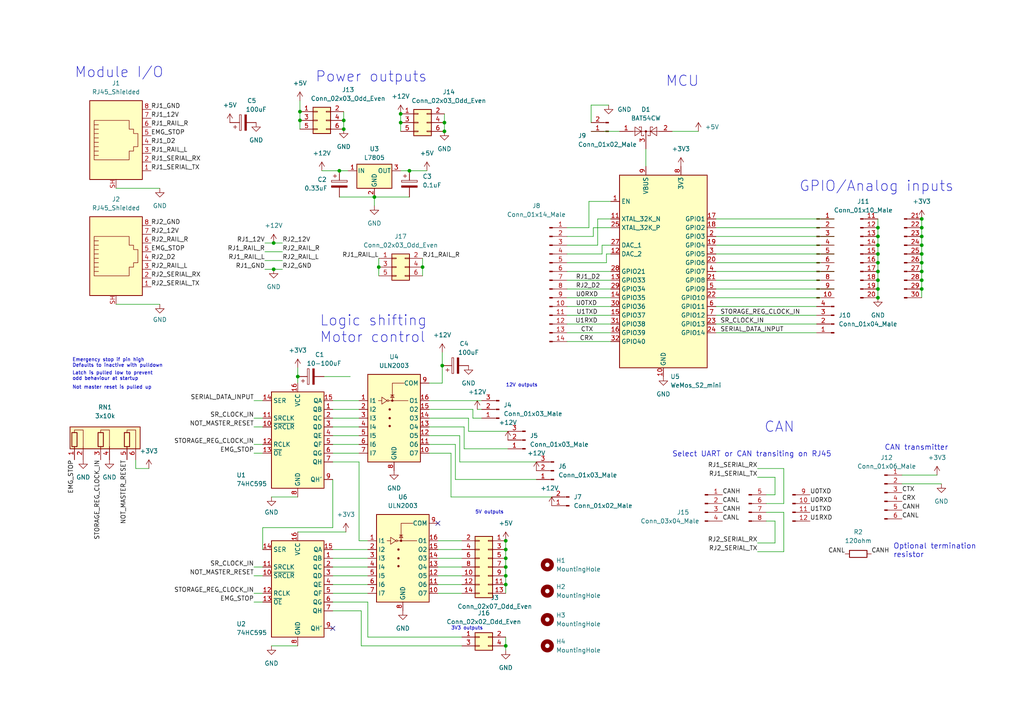
<source format=kicad_sch>
(kicad_sch (version 20211123) (generator eeschema)
  (paper "A4")
  (title_block (title "NScale Train Board with ESP32-S2") (date "2023-08-13"))
  (lib_symbols
    (symbol "74xx:74HC595"
      (property "Reference" "U" (at -7.62 13.97 0))
      (property "Value" "74HC595" (at -7.62 -16.51 0))
      (symbol "74HC595_1_0"
        (pin tri_state line (at 10.16 7.62 180) (length 2.54) (name "QB") (number "1"))
        (pin input line (at -10.16 2.54 0) (length 2.54) (name "~{SRCLR}") (number "10"))
        (pin input line (at -10.16 5.08 0) (length 2.54) (name "SRCLK") (number "11"))
        (pin input line (at -10.16 -2.54 0) (length 2.54) (name "RCLK") (number "12"))
        (pin input line (at -10.16 -5.08 0) (length 2.54) (name "~{OE}") (number "13"))
        (pin input line (at -10.16 10.16 0) (length 2.54) (name "SER") (number "14"))
        (pin tri_state line (at 10.16 10.16 180) (length 2.54) (name "QA") (number "15"))
        (pin power_in line (at 0 15.24 270) (length 2.54) (name "VCC") (number "16"))
        (pin tri_state line (at 10.16 5.08 180) (length 2.54) (name "QC") (number "2"))
        (pin tri_state line (at 10.16 2.54 180) (length 2.54) (name "QD") (number "3"))
        (pin tri_state line (at 10.16 0 180) (length 2.54) (name "QE") (number "4"))
        (pin tri_state line (at 10.16 -2.54 180) (length 2.54) (name "QF") (number "5"))
        (pin tri_state line (at 10.16 -5.08 180) (length 2.54) (name "QG") (number "6"))
        (pin tri_state line (at 10.16 -7.62 180) (length 2.54) (name "QH") (number "7"))
        (pin power_in line (at 0 -17.78 90) (length 2.54) (name "GND") (number "8"))
        (pin output line (at 10.16 -12.7 180) (length 2.54) (name "QH'") (number "9"))
      )
    )
    (symbol "Connector:Conn_01x02_Male" (pin_names (offset 1.016) hide)
      (property "Reference" "J" (at 0 2.54 0))
      (property "Value" "Conn_01x02_Male" (at 0 -5.08 0))
      (symbol "Conn_01x02_Male_1_1"
        (pin passive line (at 5.08 0 180) (length 3.81) (name "Pin_1") (number "1"))
        (pin passive line (at 5.08 -2.54 180) (length 3.81) (name "Pin_2") (number "2"))
      )
    )
    (symbol "Connector:Conn_01x03_Male" (pin_names (offset 1.016) hide)
      (property "Reference" "J" (at 0 5.08 0))
      (property "Value" "Conn_01x03_Male" (at 0 -5.08 0))
      (symbol "Conn_01x03_Male_1_1"
        (pin passive line (at 5.08 2.54 180) (length 3.81) (name "Pin_1") (number "1"))
        (pin passive line (at 5.08 0 180) (length 3.81) (name "Pin_2") (number "2"))
        (pin passive line (at 5.08 -2.54 180) (length 3.81) (name "Pin_3") (number "3"))
      )
    )
    (symbol "Connector:Conn_01x04_Male" (pin_names (offset 1.016) hide)
      (property "Reference" "J" (at 0 5.08 0))
      (property "Value" "Conn_01x04_Male" (at 0 -7.62 0))
      (symbol "Conn_01x04_Male_1_1"
        (pin passive line (at 5.08 2.54 180) (length 3.81) (name "Pin_1") (number "1"))
        (pin passive line (at 5.08 0 180) (length 3.81) (name "Pin_2") (number "2"))
        (pin passive line (at 5.08 -2.54 180) (length 3.81) (name "Pin_3") (number "3"))
        (pin passive line (at 5.08 -5.08 180) (length 3.81) (name "Pin_4") (number "4"))
      )
    )
    (symbol "Connector:Conn_01x06_Male" (pin_names (offset 1.016) hide)
      (property "Reference" "J" (at 0 7.62 0))
      (property "Value" "Conn_01x06_Male" (at 0 -10.16 0))
      (symbol "Conn_01x06_Male_1_1"
        (pin passive line (at 5.08 5.08 180) (length 3.81) (name "Pin_1") (number "1"))
        (pin passive line (at 5.08 2.54 180) (length 3.81) (name "Pin_2") (number "2"))
        (pin passive line (at 5.08 0 180) (length 3.81) (name "Pin_3") (number "3"))
        (pin passive line (at 5.08 -2.54 180) (length 3.81) (name "Pin_4") (number "4"))
        (pin passive line (at 5.08 -5.08 180) (length 3.81) (name "Pin_5") (number "5"))
        (pin passive line (at 5.08 -7.62 180) (length 3.81) (name "Pin_6") (number "6"))
      )
    )
    (symbol "Connector:Conn_01x14_Male" (pin_names (offset 1.016) hide)
      (property "Reference" "J" (at 0 17.78 0))
      (property "Value" "Conn_01x14_Male" (at 0 -20.32 0))
      (symbol "Conn_01x14_Male_1_1"
        (pin passive line (at 5.08 15.24 180) (length 3.81) (name "Pin_1") (number "1"))
        (pin passive line (at 5.08 -7.62 180) (length 3.81) (name "Pin_10") (number "10"))
        (pin passive line (at 5.08 -10.16 180) (length 3.81) (name "Pin_11") (number "11"))
        (pin passive line (at 5.08 -12.7 180) (length 3.81) (name "Pin_12") (number "12"))
        (pin passive line (at 5.08 -15.24 180) (length 3.81) (name "Pin_13") (number "13"))
        (pin passive line (at 5.08 -17.78 180) (length 3.81) (name "Pin_14") (number "14"))
        (pin passive line (at 5.08 12.7 180) (length 3.81) (name "Pin_2") (number "2"))
        (pin passive line (at 5.08 10.16 180) (length 3.81) (name "Pin_3") (number "3"))
        (pin passive line (at 5.08 7.62 180) (length 3.81) (name "Pin_4") (number "4"))
        (pin passive line (at 5.08 5.08 180) (length 3.81) (name "Pin_5") (number "5"))
        (pin passive line (at 5.08 2.54 180) (length 3.81) (name "Pin_6") (number "6"))
        (pin passive line (at 5.08 0 180) (length 3.81) (name "Pin_7") (number "7"))
        (pin passive line (at 5.08 -2.54 180) (length 3.81) (name "Pin_8") (number "8"))
        (pin passive line (at 5.08 -5.08 180) (length 3.81) (name "Pin_9") (number "9"))
      )
    )
    (symbol "Connector:RJ45_Shielded" (pin_names (offset 1.016))
      (property "Reference" "J" (at -5.08 13.97 0))
      (property "Value" "RJ45_Shielded" (at 2.54 13.97 0))
      (symbol "RJ45_Shielded_1_1"
        (pin passive line (at 10.16 -7.62 180) (length 2.54) (name "~") (number "1"))
        (pin passive line (at 10.16 -5.08 180) (length 2.54) (name "~") (number "2"))
        (pin passive line (at 10.16 -2.54 180) (length 2.54) (name "~") (number "3"))
        (pin passive line (at 10.16 0 180) (length 2.54) (name "~") (number "4"))
        (pin passive line (at 10.16 2.54 180) (length 2.54) (name "~") (number "5"))
        (pin passive line (at 10.16 5.08 180) (length 2.54) (name "~") (number "6"))
        (pin passive line (at 10.16 7.62 180) (length 2.54) (name "~") (number "7"))
        (pin passive line (at 10.16 10.16 180) (length 2.54) (name "~") (number "8"))
        (pin passive line (at 0 -12.7 90) (length 2.54) (name "~") (number "SH"))
      )
    )
    (symbol "Connector_Generic:Conn_02x02_Odd_Even" (pin_names (offset 1.016) hide)
      (property "Reference" "J" (at 1.27 2.54 0))
      (property "Value" "Conn_02x02_Odd_Even" (at 1.27 -5.08 0))
      (symbol "Conn_02x02_Odd_Even_1_1"
        (pin passive line (at -5.08 0 0) (length 3.81) (name "Pin_1") (number "1"))
        (pin passive line (at 7.62 0 180) (length 3.81) (name "Pin_2") (number "2"))
        (pin passive line (at -5.08 -2.54 0) (length 3.81) (name "Pin_3") (number "3"))
        (pin passive line (at 7.62 -2.54 180) (length 3.81) (name "Pin_4") (number "4"))
      )
    )
    (symbol "Connector_Generic:Conn_02x03_Odd_Even" (pin_names (offset 1.016) hide)
      (property "Reference" "J" (at 1.27 5.08 0))
      (property "Value" "Conn_02x03_Odd_Even" (at 1.27 -5.08 0))
      (symbol "Conn_02x03_Odd_Even_1_1"
        (pin passive line (at -5.08 2.54 0) (length 3.81) (name "Pin_1") (number "1"))
        (pin passive line (at 7.62 2.54 180) (length 3.81) (name "Pin_2") (number "2"))
        (pin passive line (at -5.08 0 0) (length 3.81) (name "Pin_3") (number "3"))
        (pin passive line (at 7.62 0 180) (length 3.81) (name "Pin_4") (number "4"))
        (pin passive line (at -5.08 -2.54 0) (length 3.81) (name "Pin_5") (number "5"))
        (pin passive line (at 7.62 -2.54 180) (length 3.81) (name "Pin_6") (number "6"))
      )
    )
    (symbol "Connector_Generic:Conn_02x07_Odd_Even" (pin_names (offset 1.016) hide)
      (property "Reference" "J" (at 1.27 10.16 0))
      (property "Value" "Conn_02x07_Odd_Even" (at 1.27 -10.16 0))
      (symbol "Conn_02x07_Odd_Even_1_1"
        (pin passive line (at -5.08 7.62 0) (length 3.81) (name "Pin_1") (number "1"))
        (pin passive line (at 7.62 -2.54 180) (length 3.81) (name "Pin_10") (number "10"))
        (pin passive line (at -5.08 -5.08 0) (length 3.81) (name "Pin_11") (number "11"))
        (pin passive line (at 7.62 -5.08 180) (length 3.81) (name "Pin_12") (number "12"))
        (pin passive line (at -5.08 -7.62 0) (length 3.81) (name "Pin_13") (number "13"))
        (pin passive line (at 7.62 -7.62 180) (length 3.81) (name "Pin_14") (number "14"))
        (pin passive line (at 7.62 7.62 180) (length 3.81) (name "Pin_2") (number "2"))
        (pin passive line (at -5.08 5.08 0) (length 3.81) (name "Pin_3") (number "3"))
        (pin passive line (at 7.62 5.08 180) (length 3.81) (name "Pin_4") (number "4"))
        (pin passive line (at -5.08 2.54 0) (length 3.81) (name "Pin_5") (number "5"))
        (pin passive line (at 7.62 2.54 180) (length 3.81) (name "Pin_6") (number "6"))
        (pin passive line (at -5.08 0 0) (length 3.81) (name "Pin_7") (number "7"))
        (pin passive line (at 7.62 0 180) (length 3.81) (name "Pin_8") (number "8"))
        (pin passive line (at -5.08 -2.54 0) (length 3.81) (name "Pin_9") (number "9"))
      )
    )
    (symbol "Device:C_Polarized" (pin_numbers hide) (pin_names (offset 0.254))
      (property "Reference" "C" (at 0.635 2.54 0))
      (property "Value" "C_Polarized" (at 0.635 -2.54 0))
      (symbol "C_Polarized_1_1"
        (pin passive line (at 0 3.81 270) (length 2.794) (name "~") (number "1"))
        (pin passive line (at 0 -3.81 90) (length 2.794) (name "~") (number "2"))
      )
    )
    (symbol "Device:R" (pin_numbers hide) (pin_names (offset 0))
      (property "Reference" "R" (at 2.032 0 90))
      (property "Value" "R" (at 0 0 90))
      (symbol "R_1_1"
        (pin passive line (at 0 3.81 270) (length 1.27) (name "~") (number "1"))
        (pin passive line (at 0 -3.81 90) (length 1.27) (name "~") (number "2"))
      )
    )
    (symbol "Device:R_Pack03_SIP" (pin_names (offset 0) hide)
      (property "Reference" "RN" (at -10.16 0 90))
      (property "Value" "R_Pack03_SIP" (at 12.7 0 90))
      (symbol "R_Pack03_SIP_1_1"
        (pin passive line (at -7.62 -5.08 90) (length 3.81) (name "R1.1") (number "1"))
        (pin passive line (at -5.08 -5.08 90) (length 3.81) (name "R1.2") (number "2"))
        (pin passive line (at 0 -5.08 90) (length 3.81) (name "R2.1") (number "3"))
        (pin passive line (at 2.54 -5.08 90) (length 3.81) (name "R2.2") (number "4"))
        (pin passive line (at 7.62 -5.08 90) (length 3.81) (name "R3.1") (number "5"))
        (pin passive line (at 10.16 -5.08 90) (length 3.81) (name "R3.2") (number "6"))
      )
    )
    (symbol "Diode:BAT54CW" (pin_names (offset 1.016))
      (property "Reference" "D" (at 0.635 -3.81 0))
      (property "Value" "BAT54CW" (at -6.35 3.175 0))
      (symbol "BAT54CW_1_1"
        (pin passive line (at -7.62 0 0) (length 3.81) (name "~") (number "1"))
        (pin passive line (at 7.62 0 180) (length 3.81) (name "~") (number "2"))
        (pin passive line (at 0 -5.08 90) (length 5.08) (name "~") (number "3"))
      )
    )
    (symbol "Mechanical:MountingHole" (pin_names (offset 1.016))
      (property "Reference" "H" (at 0 5.08 0))
      (property "Value" "MountingHole" (at 0 3.175 0))
    )
    (symbol "NScaleConnectors:Conn_01x10_Male" (pin_names (offset 1.016) hide)
      (property "Reference" "J" (at 0 12.7 0))
      (property "Value" "Conn_01x10_Male" (at 0 -15.24 0))
      (symbol "Conn_01x10_Male_1_1"
        (pin passive line (at 5.08 10.16 180) (length 3.81) (name "Pin_1") (number "1"))
        (pin passive line (at 5.08 -12.7 180) (length 3.81) (name "Pin_10") (number "10"))
        (pin passive line (at 17.78 10.16 180) (length 3.81) (name "Pin_11") (number "11"))
        (pin passive line (at 17.78 7.62 180) (length 3.81) (name "Pin_12") (number "12"))
        (pin passive line (at 17.78 5.08 180) (length 3.81) (name "Pin_13") (number "13"))
        (pin passive line (at 17.78 2.54 180) (length 3.81) (name "Pin_14") (number "14"))
        (pin passive line (at 17.78 0 180) (length 3.81) (name "Pin_15") (number "15"))
        (pin passive line (at 17.78 -2.54 180) (length 3.81) (name "Pin_16") (number "16"))
        (pin passive line (at 17.78 -5.08 180) (length 3.81) (name "Pin_17") (number "17"))
        (pin passive line (at 17.78 -7.62 180) (length 3.81) (name "Pin_18") (number "18"))
        (pin passive line (at 17.78 -10.16 180) (length 3.81) (name "Pin_19") (number "19"))
        (pin passive line (at 5.08 7.62 180) (length 3.81) (name "Pin_2") (number "2"))
        (pin passive line (at 17.78 -12.7 180) (length 3.81) (name "Pin_20") (number "20"))
        (pin passive line (at 30.48 10.16 180) (length 3.81) (name "Pin_21") (number "21"))
        (pin passive line (at 30.48 7.62 180) (length 3.81) (name "Pin_22") (number "22"))
        (pin passive line (at 30.48 5.08 180) (length 3.81) (name "Pin_23") (number "23"))
        (pin passive line (at 30.48 2.54 180) (length 3.81) (name "Pin_24") (number "24"))
        (pin passive line (at 30.48 0 180) (length 3.81) (name "Pin_25") (number "25"))
        (pin passive line (at 30.48 -2.54 180) (length 3.81) (name "Pin_26") (number "26"))
        (pin passive line (at 30.48 -5.08 180) (length 3.81) (name "Pin_27") (number "27"))
        (pin passive line (at 30.48 -7.62 180) (length 3.81) (name "Pin_28") (number "28"))
        (pin passive line (at 30.48 -10.16 180) (length 3.81) (name "Pin_29") (number "29"))
        (pin passive line (at 5.08 5.08 180) (length 3.81) (name "Pin_3") (number "3"))
        (pin passive line (at 30.48 -12.7 180) (length 3.81) (name "Pin_30") (number "30"))
        (pin passive line (at 5.08 2.54 180) (length 3.81) (name "Pin_4") (number "4"))
        (pin passive line (at 5.08 0 180) (length 3.81) (name "Pin_5") (number "5"))
        (pin passive line (at 5.08 -2.54 180) (length 3.81) (name "Pin_6") (number "6"))
        (pin passive line (at 5.08 -5.08 180) (length 3.81) (name "Pin_7") (number "7"))
        (pin passive line (at 5.08 -7.62 180) (length 3.81) (name "Pin_8") (number "8"))
        (pin passive line (at 5.08 -10.16 180) (length 3.81) (name "Pin_9") (number "9"))
      )
    )
    (symbol "NScaleConnectors:Conn_03x04_Male" (pin_names (offset 1.016) hide)
      (property "Reference" "J" (at 0 12.7 0))
      (property "Value" "Conn_03x04_Male" (at 0 -15.24 0))
      (symbol "Conn_03x04_Male_1_1"
        (pin passive line (at 5.08 10.16 180) (length 3.81) (name "Pin_1") (number "1"))
        (pin passive line (at 30.48 7.62 180) (length 3.81) (name "Pin_10") (number "10"))
        (pin passive line (at 30.48 5.08 180) (length 3.81) (name "Pin_11") (number "11"))
        (pin passive line (at 30.48 2.54 180) (length 3.81) (name "Pin_12") (number "12"))
        (pin passive line (at 5.08 7.62 180) (length 3.81) (name "Pin_2") (number "2"))
        (pin passive line (at 5.08 5.08 180) (length 3.81) (name "Pin_3") (number "3"))
        (pin passive line (at 5.08 2.54 180) (length 3.81) (name "Pin_4") (number "4"))
        (pin passive line (at 17.78 10.16 180) (length 3.81) (name "Pin_5") (number "5"))
        (pin passive line (at 17.78 7.62 180) (length 3.81) (name "Pin_6") (number "6"))
        (pin passive line (at 17.78 5.08 180) (length 3.81) (name "Pin_7") (number "7"))
        (pin passive line (at 17.78 2.54 180) (length 3.81) (name "Pin_8") (number "8"))
        (pin passive line (at 30.48 10.16 180) (length 3.81) (name "Pin_9") (number "9"))
      )
    )
    (symbol "Regulator_Linear:L7805" (pin_names (offset 0.254))
      (property "Reference" "U" (at -3.81 3.175 0))
      (property "Value" "L7805" (at 0 3.175 0))
      (symbol "L7805_1_1"
        (pin power_in line (at -7.62 0 0) (length 2.54) (name "IN") (number "1"))
        (pin power_in line (at 0 -7.62 90) (length 2.54) (name "GND") (number "2"))
        (pin power_out line (at 7.62 0 180) (length 2.54) (name "OUT") (number "3"))
      )
    )
    (symbol "Transistor_Array:ULN2003"
      (property "Reference" "U" (at 0 15.875 0))
      (property "Value" "ULN2003" (at 0 13.97 0))
      (symbol "ULN2003_1_1"
        (pin input line (at -10.16 5.08 0) (length 2.54) (name "I1") (number "1"))
        (pin open_collector line (at 10.16 -10.16 180) (length 2.54) (name "O7") (number "10"))
        (pin open_collector line (at 10.16 -7.62 180) (length 2.54) (name "O6") (number "11"))
        (pin open_collector line (at 10.16 -5.08 180) (length 2.54) (name "O5") (number "12"))
        (pin open_collector line (at 10.16 -2.54 180) (length 2.54) (name "O4") (number "13"))
        (pin open_collector line (at 10.16 0 180) (length 2.54) (name "O3") (number "14"))
        (pin open_collector line (at 10.16 2.54 180) (length 2.54) (name "O2") (number "15"))
        (pin open_collector line (at 10.16 5.08 180) (length 2.54) (name "O1") (number "16"))
        (pin input line (at -10.16 2.54 0) (length 2.54) (name "I2") (number "2"))
        (pin input line (at -10.16 0 0) (length 2.54) (name "I3") (number "3"))
        (pin input line (at -10.16 -2.54 0) (length 2.54) (name "I4") (number "4"))
        (pin input line (at -10.16 -5.08 0) (length 2.54) (name "I5") (number "5"))
        (pin input line (at -10.16 -7.62 0) (length 2.54) (name "I6") (number "6"))
        (pin input line (at -10.16 -10.16 0) (length 2.54) (name "I7") (number "7"))
        (pin power_in line (at 0 -15.24 90) (length 2.54) (name "GND") (number "8"))
        (pin passive line (at 10.16 10.16 180) (length 2.54) (name "COM") (number "9"))
      )
    )
    (symbol "Wemos ESP32:WeMos_S2_mini"
      (property "Reference" "U" (at 2.54 -30.48 0))
      (property "Value" "WeMos_S2_mini" (at 2.54 -33.02 0))
      (symbol "WeMos_S2_mini_1_1"
        (pin input line (at -15.24 20.32 0) (length 2.54) (name "EN") (number "1"))
        (pin power_in line (at 0 -30.48 90) (length 2.54) (name "GND") (number "10"))
        (pin input line (at -15.24 15.24 0) (length 2.54) (name "XTAL_32K_N") (number "11"))
        (pin output line (at -15.24 5.08 0) (length 2.54) (name "DAC_2") (number "12"))
        (pin bidirectional line (at -15.24 -2.54 0) (length 2.54) (name "GPIO33") (number "13"))
        (pin bidirectional line (at -15.24 -7.62 0) (length 2.54) (name "GPIO35") (number "14"))
        (pin bidirectional line (at -15.24 -12.7 0) (length 2.54) (name "GPIO37") (number "15"))
        (pin bidirectional line (at -15.24 -17.78 0) (length 2.54) (name "GPIO39") (number "16"))
        (pin bidirectional line (at 15.24 15.24 180) (length 2.54) (name "GPIO1") (number "17"))
        (pin bidirectional line (at 15.24 12.7 180) (length 2.54) (name "GPIO2") (number "18"))
        (pin bidirectional line (at 15.24 7.62 180) (length 2.54) (name "GPIO4") (number "19"))
        (pin bidirectional line (at 15.24 10.16 180) (length 2.54) (name "GPIO3") (number "2"))
        (pin bidirectional line (at 15.24 2.54 180) (length 2.54) (name "GPIO6") (number "20"))
        (pin bidirectional line (at 15.24 -2.54 180) (length 2.54) (name "GPIO8") (number "21"))
        (pin bidirectional line (at 15.24 -7.62 180) (length 2.54) (name "GPIO10") (number "22"))
        (pin bidirectional line (at 15.24 -15.24 180) (length 2.54) (name "GPIO13") (number "23"))
        (pin bidirectional line (at 15.24 -17.78 180) (length 2.54) (name "GPIO14") (number "24"))
        (pin output line (at -15.24 12.7 0) (length 2.54) (name "XTAL_32K_P") (number "25"))
        (pin passive line (at 0 -30.48 90) (length 2.54) hide (name "GND") (number "26"))
        (pin output line (at -15.24 7.62 0) (length 2.54) (name "DAC_1") (number "27"))
        (pin bidirectional line (at -15.24 0 0) (length 2.54) (name "GPIO21") (number "28"))
        (pin bidirectional line (at -15.24 -5.08 0) (length 2.54) (name "GPIO34") (number "29"))
        (pin bidirectional line (at 15.24 5.08 180) (length 2.54) (name "GPIO5") (number "3"))
        (pin bidirectional line (at -15.24 -10.16 0) (length 2.54) (name "GPIO36") (number "30"))
        (pin bidirectional line (at -15.24 -15.24 0) (length 2.54) (name "GPIO38") (number "31"))
        (pin bidirectional line (at -15.24 -20.32 0) (length 2.54) (name "GPIO40") (number "32"))
        (pin bidirectional line (at 15.24 0 180) (length 2.54) (name "GPIO7") (number "4"))
        (pin bidirectional line (at 15.24 -5.08 180) (length 2.54) (name "GPIO9") (number "5"))
        (pin bidirectional line (at 15.24 -10.16 180) (length 2.54) (name "GPIO11") (number "6"))
        (pin bidirectional line (at 15.24 -12.7 180) (length 2.54) (name "GPIO12") (number "7"))
        (pin power_out line (at 5.08 30.48 270) (length 2.54) (name "3V3") (number "8"))
        (pin power_out line (at -5.08 30.48 270) (length 2.54) (name "VBUS") (number "9"))
      )
    )
    (symbol "power:+12V" (power) (pin_names (offset 0))
      (property "Value" "+12V" (at 0 3.556 0))
      (symbol "+12V_1_1"
        (pin power_in line (at 0 0 90) (length 0) hide (name "+12V") (number "1"))
      )
    )
    (symbol "power:+3V3" (power) (pin_names (offset 0))
      (property "Value" "+3V3" (at 0 3.556 0))
      (symbol "+3V3_1_1"
        (pin power_in line (at 0 0 90) (length 0) hide (name "+3V3") (number "1"))
      )
    )
    (symbol "power:+5V" (power) (pin_names (offset 0))
      (property "Value" "+5V" (at 0 3.556 0))
      (symbol "+5V_1_1"
        (pin power_in line (at 0 0 90) (length 0) hide (name "+5V") (number "1"))
      )
    )
    (symbol "power:GND" (power) (pin_names (offset 0))
      (property "Value" "GND" (at 0 -3.81 0))
      (symbol "GND_1_1"
        (pin power_in line (at 0 0 270) (length 0) hide (name "GND") (number "1"))
      )
    )
  )
  (junction (at 146.685 187.325))
  (junction (at 86.36 109.22))
  (junction (at 146.685 164.465))
  (junction (at 267.335 68.58))
  (junction (at 254.635 76.2))
  (junction (at 99.695 37.465))
  (junction (at 267.335 81.28))
  (junction (at 116.205 33.02))
  (junction (at 146.685 159.385))
  (junction (at 146.685 167.005))
  (junction (at 128.27 106.045))
  (junction (at 254.635 73.66))
  (junction (at 254.635 71.12))
  (junction (at 254.635 83.82))
  (junction (at 146.685 169.545))
  (junction (at 254.635 78.74))
  (junction (at 79.375 78.105))
  (junction (at 254.635 66.04))
  (junction (at 98.425 49.53))
  (junction (at 109.855 77.47))
  (junction (at 146.685 161.925))
  (junction (at 267.335 66.04))
  (junction (at 254.635 81.28))
  (junction (at 267.335 71.12))
  (junction (at 146.685 156.845))
  (junction (at 267.335 73.66))
  (junction (at 267.335 83.82))
  (junction (at 108.585 57.15))
  (junction (at 128.905 35.56))
  (junction (at 86.995 32.385))
  (junction (at 267.335 78.74))
  (junction (at 254.635 68.58))
  (junction (at 116.205 35.56))
  (junction (at 86.995 34.925))
  (junction (at 122.555 77.47))
  (junction (at 128.905 38.1))
  (junction (at 118.745 49.53))
  (junction (at 267.335 63.5))
  (junction (at 99.695 34.925))
  (junction (at 254.635 86.36))
  (junction (at 79.375 70.485))
  (junction (at 267.335 76.2))
  (no_connect (at 96.52 182.245))
  (no_connect (at 127 151.765))
  (wire (pts (xy 106.68 164.465) (xy 96.52 164.465)))
  (wire (pts (xy 160.02 144.145) (xy 130.81 144.145)))
  (wire (pts (xy 267.335 83.82) (xy 267.335 86.36)))
  (wire (pts (xy 106.68 184.785) (xy 133.985 184.785)))
  (wire (pts (xy 236.855 93.98) (xy 207.645 93.98)))
  (wire (pts (xy 124.46 128.905) (xy 132.08 128.905)))
  (wire (pts (xy 254.635 76.2) (xy 254.635 78.74)))
  (wire (pts (xy 122.555 74.93) (xy 122.555 77.47)))
  (wire (pts (xy 108.585 57.15) (xy 118.745 57.15)))
  (wire (pts (xy 164.465 99.06) (xy 177.165 99.06)))
  (wire (pts (xy 106.68 161.925) (xy 96.52 161.925)))
  (wire (pts (xy 73.66 167.005) (xy 76.2 167.005)))
  (wire (pts (xy 133.35 126.365) (xy 133.35 133.985)))
  (wire (pts (xy 98.425 57.15) (xy 108.585 57.15)))
  (wire (pts (xy 187.325 43.18) (xy 187.325 48.26)))
  (wire (pts (xy 202.565 38.1) (xy 194.945 38.1)))
  (wire (pts (xy 96.52 177.165) (xy 104.775 177.165)))
  (wire (pts (xy 164.465 68.58) (xy 172.085 68.58)))
  (wire (pts (xy 39.37 133.35) (xy 39.37 135.89)))
  (wire (pts (xy 207.645 71.12) (xy 241.935 71.12)))
  (wire (pts (xy 146.685 167.005) (xy 146.685 169.545)))
  (wire (pts (xy 207.645 68.58) (xy 241.935 68.58)))
  (wire (pts (xy 171.45 38.1) (xy 179.705 38.1)))
  (wire (pts (xy 222.25 148.59) (xy 227.33 148.59)))
  (wire (pts (xy 106.68 174.625) (xy 106.68 184.785)))
  (wire (pts (xy 236.855 96.52) (xy 207.645 96.52)))
  (wire (pts (xy 267.335 71.12) (xy 267.335 73.66)))
  (wire (pts (xy 76.835 73.025) (xy 81.915 73.025)))
  (wire (pts (xy 207.645 63.5) (xy 241.935 63.5)))
  (wire (pts (xy 122.555 77.47) (xy 122.555 80.01)))
  (wire (pts (xy 134.62 130.175) (xy 147.32 130.175)))
  (wire (pts (xy 254.635 78.74) (xy 254.635 81.28)))
  (wire (pts (xy 96.52 153.035) (xy 76.2 153.035)))
  (wire (pts (xy 146.685 161.925) (xy 146.685 164.465)))
  (wire (pts (xy 96.52 118.745) (xy 104.14 118.745)))
  (wire (pts (xy 124.46 126.365) (xy 133.35 126.365)))
  (wire (pts (xy 124.46 118.745) (xy 137.16 118.745)))
  (wire (pts (xy 164.465 76.2) (xy 175.895 76.2)))
  (wire (pts (xy 133.985 159.385) (xy 127 159.385)))
  (wire (pts (xy 267.335 63.5) (xy 267.335 66.04)))
  (wire (pts (xy 73.66 123.825) (xy 76.2 123.825)))
  (wire (pts (xy 96.52 126.365) (xy 104.14 126.365)))
  (wire (pts (xy 146.685 164.465) (xy 146.685 167.005)))
  (wire (pts (xy 96.52 116.205) (xy 104.14 116.205)))
  (wire (pts (xy 39.37 135.89) (xy 43.18 135.89)))
  (wire (pts (xy 128.27 111.125) (xy 128.27 106.045)))
  (wire (pts (xy 207.645 73.66) (xy 241.935 73.66)))
  (wire (pts (xy 267.335 81.28) (xy 267.335 83.82)))
  (wire (pts (xy 96.52 174.625) (xy 106.68 174.625)))
  (wire (pts (xy 86.995 32.385) (xy 86.995 34.925)))
  (wire (pts (xy 254.635 63.5) (xy 254.635 66.04)))
  (wire (pts (xy 174.625 71.12) (xy 177.165 71.12)))
  (wire (pts (xy 78.74 144.145) (xy 86.36 144.145)))
  (wire (pts (xy 146.685 156.845) (xy 146.685 159.385)))
  (wire (pts (xy 219.71 135.89) (xy 227.33 135.89)))
  (wire (pts (xy 106.68 172.085) (xy 96.52 172.085)))
  (wire (pts (xy 96.52 131.445) (xy 104.14 131.445)))
  (wire (pts (xy 100.33 154.305) (xy 86.36 154.305)))
  (wire (pts (xy 128.905 33.02) (xy 128.905 35.56)))
  (wire (pts (xy 164.465 93.98) (xy 177.165 93.98)))
  (wire (pts (xy 267.335 76.2) (xy 267.335 78.74)))
  (wire (pts (xy 267.335 68.58) (xy 267.335 71.12)))
  (wire (pts (xy 124.46 131.445) (xy 130.81 131.445)))
  (wire (pts (xy 86.36 109.22) (xy 86.36 111.125)))
  (wire (pts (xy 224.79 138.43) (xy 224.79 143.51)))
  (wire (pts (xy 33.655 54.61) (xy 46.355 54.61)))
  (wire (pts (xy 124.46 111.125) (xy 128.27 111.125)))
  (wire (pts (xy 146.685 169.545) (xy 146.685 172.085)))
  (wire (pts (xy 108.585 59.69) (xy 108.585 57.15)))
  (wire (pts (xy 146.685 188.595) (xy 146.685 187.325)))
  (wire (pts (xy 227.33 148.59) (xy 227.33 160.02)))
  (wire (pts (xy 173.355 71.12) (xy 173.355 63.5)))
  (wire (pts (xy 116.205 49.53) (xy 118.745 49.53)))
  (wire (pts (xy 106.68 167.005) (xy 96.52 167.005)))
  (wire (pts (xy 254.635 66.04) (xy 254.635 68.58)))
  (wire (pts (xy 124.46 121.285) (xy 135.89 121.285)))
  (wire (pts (xy 73.66 172.085) (xy 76.2 172.085)))
  (wire (pts (xy 130.81 131.445) (xy 130.81 144.145)))
  (wire (pts (xy 133.35 133.985) (xy 155.575 133.985)))
  (wire (pts (xy 96.52 139.065) (xy 96.52 153.035)))
  (wire (pts (xy 174.625 73.66) (xy 174.625 71.12)))
  (wire (pts (xy 93.98 109.22) (xy 101.6 109.22)))
  (wire (pts (xy 98.425 49.53) (xy 100.965 49.53)))
  (wire (pts (xy 254.635 81.28) (xy 254.635 83.82)))
  (wire (pts (xy 128.27 102.235) (xy 128.27 106.045)))
  (wire (pts (xy 79.375 70.485) (xy 81.915 70.485)))
  (wire (pts (xy 207.645 76.2) (xy 241.935 76.2)))
  (wire (pts (xy 104.14 133.985) (xy 104.14 156.845)))
  (wire (pts (xy 170.815 66.04) (xy 170.815 58.42)))
  (wire (pts (xy 96.52 121.285) (xy 104.14 121.285)))
  (wire (pts (xy 254.635 73.66) (xy 254.635 76.2)))
  (wire (pts (xy 207.645 78.74) (xy 241.935 78.74)))
  (wire (pts (xy 175.895 76.2) (xy 175.895 73.66)))
  (wire (pts (xy 227.33 146.05) (xy 222.25 146.05)))
  (wire (pts (xy 86.36 106.68) (xy 86.36 109.22)))
  (wire (pts (xy 133.985 156.845) (xy 127 156.845)))
  (wire (pts (xy 224.79 151.13) (xy 224.79 157.48)))
  (wire (pts (xy 164.465 86.36) (xy 177.165 86.36)))
  (wire (pts (xy 135.89 121.285) (xy 135.89 125.095)))
  (wire (pts (xy 73.66 174.625) (xy 76.2 174.625)))
  (wire (pts (xy 86.995 34.925) (xy 86.995 37.465)))
  (wire (pts (xy 116.205 33.02) (xy 116.205 35.56)))
  (wire (pts (xy 261.62 140.335) (xy 273.05 140.335)))
  (wire (pts (xy 133.985 167.005) (xy 127 167.005)))
  (wire (pts (xy 222.25 151.13) (xy 224.79 151.13)))
  (wire (pts (xy 219.71 160.02) (xy 227.33 160.02)))
  (wire (pts (xy 78.74 187.325) (xy 86.36 187.325)))
  (wire (pts (xy 146.685 187.325) (xy 146.685 184.785)))
  (wire (pts (xy 93.345 49.53) (xy 98.425 49.53)))
  (wire (pts (xy 73.66 121.285) (xy 76.2 121.285)))
  (wire (pts (xy 109.855 74.93) (xy 109.855 77.47)))
  (wire (pts (xy 96.52 128.905) (xy 104.14 128.905)))
  (wire (pts (xy 164.465 96.52) (xy 177.165 96.52)))
  (wire (pts (xy 207.645 81.28) (xy 241.935 81.28)))
  (wire (pts (xy 261.62 137.795) (xy 271.78 137.795)))
  (wire (pts (xy 133.985 172.085) (xy 127 172.085)))
  (wire (pts (xy 86.995 29.21) (xy 86.995 32.385)))
  (wire (pts (xy 109.855 77.47) (xy 109.855 80.01)))
  (wire (pts (xy 254.635 71.12) (xy 254.635 73.66)))
  (wire (pts (xy 236.855 91.44) (xy 207.645 91.44)))
  (wire (pts (xy 96.52 123.825) (xy 104.14 123.825)))
  (wire (pts (xy 133.985 164.465) (xy 127 164.465)))
  (wire (pts (xy 128.905 35.56) (xy 128.905 38.1)))
  (wire (pts (xy 104.775 187.325) (xy 133.985 187.325)))
  (wire (pts (xy 138.43 118.745) (xy 139.7 118.745)))
  (wire (pts (xy 106.68 169.545) (xy 96.52 169.545)))
  (wire (pts (xy 73.66 128.905) (xy 76.2 128.905)))
  (wire (pts (xy 104.775 177.165) (xy 104.775 187.325)))
  (wire (pts (xy 134.62 123.825) (xy 134.62 130.175)))
  (wire (pts (xy 116.205 35.56) (xy 116.205 38.1)))
  (wire (pts (xy 106.68 159.385) (xy 96.52 159.385)))
  (wire (pts (xy 73.66 116.205) (xy 76.2 116.205)))
  (wire (pts (xy 46.355 88.265) (xy 33.655 88.265)))
  (wire (pts (xy 132.08 139.065) (xy 155.575 139.065)))
  (wire (pts (xy 219.71 157.48) (xy 224.79 157.48)))
  (wire (pts (xy 164.465 83.82) (xy 177.165 83.82)))
  (wire (pts (xy 164.465 81.28) (xy 177.165 81.28)))
  (wire (pts (xy 173.355 63.5) (xy 177.165 63.5)))
  (wire (pts (xy 254.635 83.82) (xy 254.635 86.36)))
  (wire (pts (xy 133.985 161.925) (xy 127 161.925)))
  (wire (pts (xy 171.45 30.48) (xy 176.53 30.48)))
  (wire (pts (xy 73.66 131.445) (xy 76.2 131.445)))
  (wire (pts (xy 219.71 138.43) (xy 224.79 138.43)))
  (wire (pts (xy 207.645 86.36) (xy 241.935 86.36)))
  (wire (pts (xy 99.695 34.925) (xy 99.695 37.465)))
  (wire (pts (xy 171.45 35.56) (xy 171.45 30.48)))
  (wire (pts (xy 76.2 153.035) (xy 76.2 159.385)))
  (wire (pts (xy 164.465 78.74) (xy 177.165 78.74)))
  (wire (pts (xy 146.685 159.385) (xy 146.685 161.925)))
  (wire (pts (xy 164.465 73.66) (xy 174.625 73.66)))
  (wire (pts (xy 99.695 32.385) (xy 99.695 34.925)))
  (wire (pts (xy 267.335 78.74) (xy 267.335 81.28)))
  (wire (pts (xy 104.14 156.845) (xy 106.68 156.845)))
  (wire (pts (xy 96.52 133.985) (xy 104.14 133.985)))
  (wire (pts (xy 222.25 143.51) (xy 224.79 143.51)))
  (wire (pts (xy 137.16 121.285) (xy 139.7 121.285)))
  (wire (pts (xy 137.16 118.745) (xy 137.16 121.285)))
  (wire (pts (xy 170.815 66.04) (xy 164.465 66.04)))
  (wire (pts (xy 133.985 169.545) (xy 127 169.545)))
  (wire (pts (xy 267.335 66.04) (xy 267.335 68.58)))
  (wire (pts (xy 164.465 91.44) (xy 177.165 91.44)))
  (wire (pts (xy 207.645 66.04) (xy 241.935 66.04)))
  (wire (pts (xy 172.085 66.04) (xy 177.165 66.04)))
  (wire (pts (xy 172.085 68.58) (xy 172.085 66.04)))
  (wire (pts (xy 124.46 116.205) (xy 139.7 116.205)))
  (wire (pts (xy 175.895 73.66) (xy 177.165 73.66)))
  (wire (pts (xy 207.645 83.82) (xy 241.935 83.82)))
  (wire (pts (xy 76.835 75.565) (xy 81.915 75.565)))
  (wire (pts (xy 76.835 70.485) (xy 79.375 70.485)))
  (wire (pts (xy 124.46 123.825) (xy 134.62 123.825)))
  (wire (pts (xy 135.89 125.095) (xy 147.32 125.095)))
  (wire (pts (xy 73.66 164.465) (xy 76.2 164.465)))
  (wire (pts (xy 227.33 135.89) (xy 227.33 146.05)))
  (wire (pts (xy 170.815 58.42) (xy 177.165 58.42)))
  (wire (pts (xy 267.335 73.66) (xy 267.335 76.2)))
  (wire (pts (xy 76.835 78.105) (xy 79.375 78.105)))
  (wire (pts (xy 164.465 88.9) (xy 177.165 88.9)))
  (wire (pts (xy 118.745 49.53) (xy 123.825 49.53)))
  (wire (pts (xy 254.635 68.58) (xy 254.635 71.12)))
  (wire (pts (xy 132.08 128.905) (xy 132.08 139.065)))
  (wire (pts (xy 164.465 71.12) (xy 173.355 71.12)))
  (wire (pts (xy 236.855 88.9) (xy 207.645 88.9)))
  (wire (pts (xy 79.375 78.105) (xy 81.915 78.105)))
  (text "GPIO/Analog inputs" (at 231.775 55.88 0) (effects (font (size 3 3)) (justify left bottom)))
  (text "Select UART or CAN transiting on RJ45" (at 194.945 132.715 0) (effects (font (size 1.54 1.54)) (justify left bottom)))
  (text "3V3 outputs" (at 130.81 182.88 0) (effects (font (size 1 1)) (justify left bottom)))
  (text "MCU" (at 193.04 25.4 0) (effects (font (size 3 3)) (justify left bottom)))
  (text "Module I/O" (at 21.59 22.86 0) (effects (font (size 3 3)) (justify left bottom)))
  (text "Power outputs" (at 91.44 24.13 0) (effects (font (size 3 3)) (justify left bottom)))
  (text "Optional termination \nresistor" (at 259.08 161.925 0) (effects (font (size 1.54 1.54)) (justify left bottom)))
  (text "5V outputs" (at 137.795 149.225 0) (effects (font (size 1 1)) (justify left bottom)))
  (text "Emergency stop if pin high\nDefaults to inactive with pulldown" (at 20.955 106.68 0) (effects (font (size 1 1)) (justify left bottom)))
  (text "Not master reset is pulled up" (at 20.955 113.03 0) (effects (font (size 1 1)) (justify left bottom)))
  (text "Latch is pulled low to prevent\nodd behaviour at startup" (at 20.955 110.49 0) (effects (font (size 1 1)) (justify left bottom)))
  (text "CAN" (at 221.615 125.73 0) (effects (font (size 3 3)) (justify left bottom)))
  (text "CAN transmitter" (at 256.54 130.81 0) (effects (font (size 1.54 1.54)) (justify left bottom)))
  (text "Logic shifting\nMotor control" (at 92.71 99.695 0) (effects (font (size 3 3)) (justify left bottom)))
  (text "12V outputs" (at 146.685 112.395 0) (effects (font (size 1 1)) (justify left bottom)))
  (label "RJ1_RAIL_R" (at 76.835 73.025 180))
  (label "CANH" (at 209.55 143.51 0))
  (label "RJ2_SERIAL_RX" (at 219.71 157.48 180))
  (label "CANH" (at 261.62 147.955 0))
  (label "CANL" (at 209.55 151.13 0))
  (label "RJ2_12V" (at 43.815 67.945 0))
  (label "STORAGE_REG_CLOCK_IN" (at 29.21 133.35 270))
  (label "RJ1_RAIL_R" (at 122.555 74.93 0))
  (label "RJ2_12V" (at 81.915 70.485 0))
  (label "CANH" (at 209.55 148.59 0))
  (label "RJ1_RAIL_L" (at 43.815 44.45 0))
  (label "RJ2_SERIAL_RX" (at 43.815 80.645 0))
  (label "EMG_STOP" (at 73.66 174.625 180))
  (label "RJ1_GND" (at 43.815 31.75 0))
  (label "EMG_STOP" (at 43.815 73.025 0))
  (label "CANL" (at 209.55 146.05 0))
  (label "EMG_STOP" (at 73.66 131.445 180))
  (label "RJ1_SERIAL_TX" (at 219.71 138.43 180))
  (label "U0RXD" (at 167.005 86.36 0))
  (label "U1TXD" (at 173.355 91.44 180))
  (label "CANH" (at 252.73 160.655 0))
  (label "RJ2_D2" (at 43.815 75.565 0))
  (label "NOT_MASTER_RESET" (at 36.83 133.35 270))
  (label "RJ2_GND" (at 81.915 78.105 0))
  (label "EMG_STOP" (at 21.59 133.35 270))
  (label "CTX" (at 261.62 142.875 0))
  (label "RJ1_RAIL_L" (at 76.835 75.565 180))
  (label "CRX" (at 172.085 99.06 180))
  (label "RJ1_D2" (at 43.815 41.91 0))
  (label "RJ1_RAIL_R" (at 43.815 36.83 0))
  (label "CRX" (at 261.62 145.415 0))
  (label "RJ2_RAIL_R" (at 81.915 73.025 0))
  (label "U1RXD" (at 234.95 151.13 0))
  (label "U0TXD" (at 167.005 88.9 0))
  (label "U0RXD" (at 234.95 146.05 0))
  (label "NOT_MASTER_RESET" (at 73.66 167.005 180))
  (label "STORAGE_REG_CLOCK_IN" (at 73.66 172.085 180))
  (label "RJ2_SERIAL_TX" (at 43.815 83.185 0))
  (label "RJ1_RAIL_L" (at 109.855 74.93 180))
  (label "NOT_MASTER_RESET" (at 73.66 123.825 180))
  (label "RJ1_SERIAL_TX" (at 43.815 49.53 0))
  (label "CANL" (at 261.62 150.495 0))
  (label "SR_CLOCK_IN" (at 73.66 164.465 180))
  (label "EMG_STOP" (at 43.815 39.37 0))
  (label "CTX" (at 172.085 96.52 180))
  (label "U1TXD" (at 234.95 148.59 0))
  (label "RJ1_12V" (at 76.835 70.485 180))
  (label "RJ2_RAIL_R" (at 43.815 70.485 0))
  (label "RJ1_SERIAL_RX" (at 43.815 46.99 0))
  (label "SR_CLOCK_IN" (at 73.66 121.285 180))
  (label "RJ1_12V" (at 43.815 34.29 0))
  (label "STORAGE_REG_CLOCK_IN" (at 208.915 91.44 0))
  (label "RJ1_GND" (at 76.835 78.105 180))
  (label "RJ2_RAIL_L" (at 81.915 75.565 0))
  (label "RJ2_SERIAL_TX" (at 219.71 160.02 180))
  (label "U1RXD" (at 173.355 93.98 180))
  (label "SERIAL_DATA_INPUT" (at 73.66 116.205 180))
  (label "RJ1_D2" (at 167.005 81.28 0))
  (label "STORAGE_REG_CLOCK_IN" (at 73.66 128.905 180))
  (label "U0TXD" (at 234.95 143.51 0))
  (label "SERIAL_DATA_INPUT" (at 208.915 96.52 0))
  (label "RJ1_SERIAL_RX" (at 219.71 135.89 180))
  (label "CANL" (at 245.11 160.655 180))
  (label "RJ2_RAIL_L" (at 43.815 78.105 0))
  (label "RJ2_GND" (at 43.815 65.405 0))
  (label "SR_CLOCK_IN" (at 208.915 93.98 0))
  (label "RJ2_D2" (at 167.005 83.82 0))
  (symbol (lib_id "Wemos ESP32:WeMos_S2_mini") (at 192.405 78.74 0) (unit 1)
    (property "Reference" "U5" (at 194.4244 109.22 0) (effects (justify left)))
    (property "Value" "WeMos_S2_mini" (at 194.4244 111.76 0) (effects (justify left)))
    (property "Footprint" "NScaleESP32 Footprints:WEMOS_S2_mini" (effects hide))
    (property "Datasheet" "https://www.wemos.cc/en/latest/s2/s2_mini.html" (effects hide))
  )
  (symbol (lib_id "74xx:74HC595") (at 86.36 126.365 0) (unit 1)
    (property "Reference" "U1" (at 68.58 137.795 0) (effects (justify left)))
    (property "Value" "74HC595" (at 68.58 140.335 0) (effects (justify left)))
    (property "Footprint" "Package_DIP:DIP-16_W7.62mm" (effects hide))
    (property "Datasheet" "http://www.ti.com/lit/ds/symlink/sn74hc595.pdf" (effects hide))
  )
  (symbol (lib_id "Connector:Conn_01x14_Male") (at 159.385 81.28 0) (unit 1)
    (property "Reference" "J8" (at 155.575 59.69 0))
    (property "Value" "Conn_01x14_Male" (at 155.575 62.23 0))
    (property "Footprint" "Connector_PinHeader_2.54mm:PinHeader_1x14_P2.54mm_Vertical" (effects hide))
  )
  (symbol (lib_id "power:+3V3") (at 43.18 135.89 0) (unit 1)
    (property "Reference" "#PWR0108" (effects hide))
    (property "Value" "+3V3" (at 43.18 130.81 0))
  )
  (symbol (lib_id "Connector_Generic:Conn_02x03_Odd_Even") (at 92.075 34.925 0) (unit 1)
    (property "Reference" "J13" (at 100.965 26.035 0))
    (property "Value" "Conn_02x03_Odd_Even" (at 100.965 28.575 0))
    (property "Footprint" "Connector_PinHeader_2.54mm:PinHeader_2x03_P2.54mm_Vertical" (effects hide))
  )
  (symbol (lib_id "Mechanical:MountingHole") (at 158.75 171.45 0) (unit 1)
    (property "Reference" "H2" (at 161.29 170.1799 0) (effects (justify left)))
    (property "Value" "MountingHole" (at 161.29 172.7199 0) (effects (justify left)))
    (property "Footprint" "MountingHole:MountingHole_4.5mm" (effects hide))
  )
  (symbol (lib_id "Connector:RJ45_Shielded") (at 33.655 75.565 0) (unit 1)
    (property "Reference" "J2" (at 33.655 57.785 0))
    (property "Value" "RJ45_Shielded" (at 33.655 60.325 0))
    (property "Footprint" "Connector_RJ:RJ45_Amphenol_RJHSE5380" (effects hide))
  )
  (symbol (lib_id "power:GND") (at 46.355 54.61 0) (unit 1)
    (property "Reference" "#PWR0131" (effects hide))
    (property "Value" "GND" (at 46.355 59.69 0))
  )
  (symbol (lib_id "power:GND") (at 116.84 177.165 0) (unit 1)
    (property "Reference" "#PWR0135" (effects hide))
    (property "Value" "GND" (at 116.84 182.245 0))
  )
  (symbol (lib_id "power:GND") (at 74.295 35.56 0) (unit 1)
    (property "Reference" "#PWR?" (effects hide))
    (property "Value" "GND" (at 74.295 40.64 0))
  )
  (symbol (lib_id "power:+12V") (at 116.205 33.02 0) (unit 1)
    (property "Reference" "#PWR0128" (effects hide))
    (property "Value" "+12V" (at 116.205 27.94 0))
  )
  (symbol (lib_id "Connector:Conn_01x03_Male") (at 152.4 127.635 180) (unit 1)
    (property "Reference" "J5" (at 153.67 126.3649 0) (effects (justify right)))
    (property "Value" "Conn_01x03_Male" (at 153.67 128.9049 0) (effects (justify right)))
    (property "Footprint" "Connector_PinHeader_2.54mm:PinHeader_1x03_P2.54mm_Vertical" (effects hide))
  )
  (symbol (lib_id "power:GND") (at 146.685 188.595 0) (unit 1)
    (property "Reference" "#PWR0137" (effects hide))
    (property "Value" "GND" (at 146.685 193.675 0))
  )
  (symbol (lib_id "power:GND") (at 135.89 106.045 0) (unit 1)
    (property "Reference" "#PWR0132" (effects hide))
    (property "Value" "GND" (at 135.89 111.125 0))
  )
  (symbol (lib_id "power:GND") (at 99.695 37.465 0) (unit 1)
    (property "Reference" "#PWR0126" (effects hide))
    (property "Value" "GND" (at 99.695 42.545 0))
  )
  (symbol (lib_id "power:GND") (at 108.585 59.69 0) (unit 1)
    (property "Reference" "#PWR0101" (effects hide))
    (property "Value" "GND" (at 108.585 64.77 0))
  )
  (symbol (lib_id "Connector_Generic:Conn_02x03_Odd_Even") (at 114.935 77.47 0) (unit 1)
    (property "Reference" "J17" (at 116.205 68.58 0))
    (property "Value" "Conn_02x03_Odd_Even" (at 116.205 71.12 0))
    (property "Footprint" "Connector_PinHeader_2.54mm:PinHeader_2x03_P2.54mm_Vertical" (effects hide))
  )
  (symbol (lib_id "power:+12V") (at 160.02 146.685 0) (unit 1)
    (property "Reference" "#PWR0118" (effects hide))
    (property "Value" "+12V" (at 159.385 141.605 0))
  )
  (symbol (lib_id "power:+3V3") (at 86.36 106.68 0) (unit 1)
    (property "Reference" "#PWR0110" (effects hide))
    (property "Value" "+3V3" (at 86.36 101.6 0))
  )
  (symbol (lib_id "Mechanical:MountingHole") (at 158.75 179.705 0) (unit 1)
    (property "Reference" "H3" (at 161.29 178.4349 0) (effects (justify left)))
    (property "Value" "MountingHole" (at 161.29 180.9749 0) (effects (justify left)))
    (property "Footprint" "MountingHole:MountingHole_4.5mm" (effects hide))
  )
  (symbol (lib_id "Regulator_Linear:L7805") (at 108.585 49.53 0) (unit 1)
    (property "Reference" "U3" (at 108.585 43.18 0))
    (property "Value" "L7805" (at 108.585 45.72 0))
    (property "Footprint" "Package_TO_SOT_THT:TO-220-3_Horizontal_TabDown" (effects hide))
    (property "Datasheet" "http://www.st.com/content/ccc/resource/technical/document/datasheet/41/4f/b3/b0/12/d4/47/88/CD00000444.pdf/files/CD00000444.pdf/jcr:content/translations/en.CD00000444.pdf" (effects hide))
  )
  (symbol (lib_id "Connector:Conn_01x02_Male") (at 165.1 146.685 180) (unit 1)
    (property "Reference" "J7" (at 166.37 144.1449 0) (effects (justify right)))
    (property "Value" "Conn_01x02_Male" (at 166.37 146.6849 0) (effects (justify right)))
    (property "Footprint" "Connector_PinHeader_2.54mm:PinHeader_1x02_P2.54mm_Vertical" (effects hide))
  )
  (symbol (lib_id "power:GND") (at 273.05 140.335 0) (unit 1)
    (property "Reference" "#PWR0123" (effects hide))
    (property "Value" "GND" (at 273.05 145.415 0))
  )
  (symbol (lib_id "power:+5V") (at 123.825 49.53 0) (unit 1)
    (property "Reference" "#PWR0103" (effects hide))
    (property "Value" "+5V" (at 123.825 44.45 0))
  )
  (symbol (lib_id "power:GND") (at 114.3 136.525 0) (unit 1)
    (property "Reference" "#PWR0104" (effects hide))
    (property "Value" "GND" (at 114.3 141.605 0))
  )
  (symbol (lib_id "power:+5V") (at 202.565 38.1 0) (unit 1)
    (property "Reference" "#PWR0121" (effects hide))
    (property "Value" "+5V" (at 204.47 36.8299 0) (effects (justify left)))
  )
  (symbol (lib_id "Connector:Conn_01x06_Male") (at 256.54 142.875 0) (unit 1)
    (property "Reference" "J12" (at 257.175 132.715 0))
    (property "Value" "Conn_01x06_Male" (at 257.175 135.255 0))
    (property "Footprint" "Connector_PinHeader_2.54mm:PinHeader_1x06_P2.54mm_Vertical" (effects hide))
  )
  (symbol (lib_id "power:+5V") (at 66.675 35.56 0) (unit 1)
    (property "Reference" "#PWR0127" (effects hide))
    (property "Value" "+5V" (at 66.675 30.48 0))
  )
  (symbol (lib_id "Connector:Conn_01x03_Male") (at 144.78 118.745 180) (unit 1)
    (property "Reference" "J4" (at 146.05 117.4749 0) (effects (justify right)))
    (property "Value" "Conn_01x03_Male" (at 146.05 120.0149 0) (effects (justify right)))
    (property "Footprint" "Connector_PinHeader_2.54mm:PinHeader_1x03_P2.54mm_Vertical" (effects hide))
  )
  (symbol (lib_id "power:+5V") (at 146.685 156.845 0) (unit 1)
    (property "Reference" "#PWR0134" (effects hide))
    (property "Value" "+5V" (at 146.685 151.765 0))
  )
  (symbol (lib_id "Device:C_Polarized") (at 118.745 53.34 0) (unit 1)
    (property "Reference" "C3" (at 122.555 51.1809 0) (effects (justify left)))
    (property "Value" "0.1uF" (at 122.555 53.7209 0) (effects (justify left)))
    (property "Footprint" "Capacitor_THT:CP_Radial_D4.0mm_P1.50mm" (effects hide))
  )
  (symbol (lib_id "Device:C_Polarized") (at 98.425 53.34 0) (unit 1)
    (property "Reference" "C2" (at 92.075 52.07 0) (effects (justify left)))
    (property "Value" "0.33uF" (at 88.265 54.61 0) (effects (justify left)))
    (property "Footprint" "Capacitor_THT:CP_Radial_D4.0mm_P1.50mm" (effects hide))
  )
  (symbol (lib_id "Mechanical:MountingHole") (at 158.75 187.325 0) (unit 1)
    (property "Reference" "H4" (at 161.29 186.0549 0) (effects (justify left)))
    (property "Value" "MountingHole" (at 161.29 188.5949 0) (effects (justify left)))
    (property "Footprint" "MountingHole:MountingHole_4.5mm" (effects hide))
  )
  (symbol (lib_id "power:+12V") (at 93.345 49.53 0) (unit 1)
    (property "Reference" "#PWR0102" (effects hide))
    (property "Value" "+12V" (at 93.345 44.45 0))
  )
  (symbol (lib_id "Diode:BAT54CW") (at 187.325 38.1 0) (unit 1)
    (property "Reference" "D1" (at 187.325 31.75 0))
    (property "Value" "BAT54CW" (at 187.325 34.29 0))
    (property "Footprint" "Package_TO_SOT_SMD:SOT-323_SC-70" (effects hide))
    (property "Datasheet" "https://assets.nexperia.com/documents/data-sheet/BAT54W_SER.pdf" (effects hide))
  )
  (symbol (lib_id "Device:R") (at 248.92 160.655 90) (unit 1)
    (property "Reference" "R2" (at 248.92 154.305 90))
    (property "Value" "120ohm" (at 248.92 156.845 90))
    (property "Footprint" "Resistor_THT:R_Axial_DIN0207_L6.3mm_D2.5mm_P10.16mm_Horizontal" (effects hide))
  )
  (symbol (lib_id "power:+12V") (at 128.27 102.235 0) (unit 1)
    (property "Reference" "#PWR0105" (effects hide))
    (property "Value" "+12V" (at 128.27 97.155 0))
  )
  (symbol (lib_id "Device:R_Pack03_SIP") (at 29.21 128.27 0) (unit 1)
    (property "Reference" "RN1" (at 30.48 118.11 0))
    (property "Value" "3x10k" (at 30.48 120.65 0))
    (property "Footprint" "Resistor_THT:R_Array_SIP6" (effects hide))
    (property "Datasheet" "http://www.vishay.com/docs/31509/csc.pdf" (effects hide))
  )
  (symbol (lib_id "Device:C_Polarized") (at 90.17 109.22 90) (unit 1)
    (property "Reference" "C1" (at 92.71 102.87 90))
    (property "Value" "10-100uF" (at 93.98 105.41 90))
    (property "Footprint" "Capacitor_THT:CP_Radial_D4.0mm_P2.00mm" (effects hide))
  )
  (symbol (lib_id "Device:C_Polarized") (at 70.485 35.56 90) (unit 1)
    (property "Reference" "C5" (at 73.025 29.21 90))
    (property "Value" "100uF" (at 74.295 31.75 90))
    (property "Footprint" "Capacitor_THT:CP_Radial_D4.0mm_P2.00mm" (effects hide))
  )
  (symbol (lib_id "power:GND") (at 128.905 38.1 0) (unit 1)
    (property "Reference" "#PWR0129" (effects hide))
    (property "Value" "GND" (at 128.905 43.18 0))
  )
  (symbol (lib_id "power:+12V") (at 79.375 70.485 0) (unit 1)
    (property "Reference" "#PWR0109" (effects hide))
    (property "Value" "+12V" (at 79.375 65.405 0))
  )
  (symbol (lib_id "Connector:RJ45_Shielded") (at 33.655 41.91 0) (unit 1)
    (property "Reference" "J1" (at 33.655 24.13 0))
    (property "Value" "RJ45_Shielded" (at 33.655 26.67 0))
    (property "Footprint" "Connector_RJ:RJ45_Amphenol_RJHSE5380" (effects hide))
  )
  (symbol (lib_id "power:+3V3") (at 100.33 154.305 0) (unit 1)
    (property "Reference" "#PWR0112" (effects hide))
    (property "Value" "+3V3" (at 100.33 149.225 0))
  )
  (symbol (lib_id "power:+12V") (at 147.32 127.635 0) (unit 1)
    (property "Reference" "#PWR0115" (effects hide))
    (property "Value" "+12V" (at 147.32 122.555 0))
  )
  (symbol (lib_id "Device:C_Polarized") (at 132.08 106.045 90) (unit 1)
    (property "Reference" "C4" (at 134.62 99.695 90))
    (property "Value" "100uF" (at 135.89 102.235 90))
    (property "Footprint" "Capacitor_THT:CP_Radial_D4.0mm_P2.00mm" (effects hide))
  )
  (symbol (lib_id "Connector_Generic:Conn_02x02_Odd_Even") (at 139.065 184.785 0) (unit 1)
    (property "Reference" "J16" (at 140.335 177.8 0))
    (property "Value" "Conn_02x02_Odd_Even" (at 140.335 180.34 0))
    (property "Footprint" "Connector_PinHeader_2.54mm:PinHeader_2x02_P2.54mm_Vertical" (effects hide))
  )
  (symbol (lib_id "power:+12V") (at 138.43 118.745 0) (unit 1)
    (property "Reference" "#PWR0116" (effects hide))
    (property "Value" "+12V" (at 138.43 113.665 0))
  )
  (symbol (lib_id "Connector_Generic:Conn_02x03_Odd_Even") (at 121.285 35.56 0) (unit 1)
    (property "Reference" "J14" (at 130.175 26.67 0))
    (property "Value" "Conn_02x03_Odd_Even" (at 130.175 29.21 0))
    (property "Footprint" "Connector_PinHeader_2.54mm:PinHeader_2x03_P2.54mm_Vertical" (effects hide))
  )
  (symbol (lib_id "NScaleConnectors:Conn_03x04_Male") (at 204.47 153.67 0) (unit 1)
    (property "Reference" "J15" (at 198.12 148.59 0))
    (property "Value" "Conn_03x04_Male" (at 194.31 151.13 0))
    (property "Footprint" "NScaleESP32 Footprints:PinHeader_3x4_P2.54mm_Vertical" (effects hide))
  )
  (symbol (lib_id "power:GND") (at 254.635 86.36 0) (unit 1)
    (property "Reference" "#PWR0124" (effects hide))
    (property "Value" "GND" (at 254.635 91.44 0))
  )
  (symbol (lib_id "Connector_Generic:Conn_02x07_Odd_Even") (at 141.605 164.465 0) (mirror y) (unit 1)
    (property "Reference" "J3" (at 143.51 173.355 0))
    (property "Value" "Conn_02x07_Odd_Even" (at 143.51 175.895 0))
    (property "Footprint" "Connector_PinHeader_2.54mm:PinHeader_2x07_P2.54mm_Vertical" (effects hide))
  )
  (symbol (lib_id "power:+5V") (at 86.995 29.21 0) (unit 1)
    (property "Reference" "#PWR?" (effects hide))
    (property "Value" "+5V" (at 86.995 24.13 0))
  )
  (symbol (lib_id "Mechanical:MountingHole") (at 158.75 163.83 0) (unit 1)
    (property "Reference" "H1" (at 161.29 162.5599 0) (effects (justify left)))
    (property "Value" "MountingHole" (at 161.29 165.0999 0) (effects (justify left)))
    (property "Footprint" "MountingHole:MountingHole_4.5mm" (effects hide))
  )
  (symbol (lib_id "power:GND") (at 46.355 88.265 0) (unit 1)
    (property "Reference" "#PWR0130" (effects hide))
    (property "Value" "GND" (at 46.355 92.71 0))
  )
  (symbol (lib_id "power:GND") (at 192.405 109.22 0) (unit 1)
    (property "Reference" "#PWR0114" (effects hide))
    (property "Value" "GND" (at 192.405 114.3 0))
  )
  (symbol (lib_id "power:GND") (at 176.53 30.48 0) (unit 1)
    (property "Reference" "#PWR0119" (effects hide))
    (property "Value" "GND" (at 179.07 31.7499 0) (effects (justify left)))
  )
  (symbol (lib_id "power:GND") (at 78.74 187.325 0) (unit 1)
    (property "Reference" "#PWR0113" (effects hide))
    (property "Value" "GND" (at 78.74 192.405 0))
  )
  (symbol (lib_id "Connector:Conn_01x03_Male") (at 160.655 136.525 180) (unit 1)
    (property "Reference" "J6" (at 161.925 135.2549 0) (effects (justify right)))
    (property "Value" "Conn_01x03_Male" (at 161.925 137.7949 0) (effects (justify right)))
    (property "Footprint" "Connector_PinHeader_2.54mm:PinHeader_1x03_P2.54mm_Vertical" (effects hide))
  )
  (symbol (lib_id "NScaleConnectors:Conn_01x10_Male") (at 236.855 73.66 0) (unit 1)
    (property "Reference" "J11" (at 250.3932 58.42 0))
    (property "Value" "Conn_01x10_Male" (at 250.3932 60.96 0))
    (property "Footprint" "NScaleESP32 Footprints:PinHeader_3x10_P2.54mm_Vertical" (effects hide))
  )
  (symbol (lib_id "power:+12V") (at 155.575 136.525 0) (unit 1)
    (property "Reference" "#PWR0117" (effects hide))
    (property "Value" "+12V" (at 155.575 131.445 0))
  )
  (symbol (lib_id "74xx:74HC595") (at 86.36 169.545 0) (unit 1)
    (property "Reference" "U2" (at 68.58 180.975 0) (effects (justify left)))
    (property "Value" "74HC595" (at 68.58 183.515 0) (effects (justify left)))
    (property "Footprint" "Package_DIP:DIP-16_W7.62mm" (effects hide))
    (property "Datasheet" "http://www.ti.com/lit/ds/symlink/sn74hc595.pdf" (effects hide))
  )
  (symbol (lib_id "power:GND") (at 78.74 144.145 0) (unit 1)
    (property "Reference" "#PWR0111" (effects hide))
    (property "Value" "GND" (at 78.74 148.59 0))
  )
  (symbol (lib_id "Connector:Conn_01x02_Male") (at 176.53 38.1 180) (unit 1)
    (property "Reference" "J9" (at 167.64 39.37 0) (effects (justify right)))
    (property "Value" "Conn_01x02_Male" (at 167.64 41.91 0) (effects (justify right)))
    (property "Footprint" "Connector_PinHeader_2.54mm:PinHeader_1x02_P2.54mm_Vertical" (effects hide))
  )
  (symbol (lib_id "power:GND") (at 24.13 133.35 0) (unit 1)
    (property "Reference" "#PWR0106" (effects hide))
    (property "Value" "GND" (at 24.13 138.43 0))
  )
  (symbol (lib_id "power:+3V3") (at 197.485 48.26 0) (unit 1)
    (property "Reference" "#PWR0120" (effects hide))
    (property "Value" "+3V3" (at 197.485 43.18 0))
  )
  (symbol (lib_id "Transistor_Array:ULN2003") (at 116.84 161.925 0) (unit 1)
    (property "Reference" "U6" (at 116.84 144.145 0))
    (property "Value" "ULN2003" (at 116.84 146.685 0))
    (property "Footprint" "Package_DIP:DIP-16_W7.62mm" (effects hide))
    (property "Datasheet" "http://www.ti.com/lit/ds/symlink/uln2003a.pdf" (effects hide))
  )
  (symbol (lib_id "power:GND") (at 79.375 78.105 0) (unit 1)
    (property "Reference" "#PWR0133" (effects hide))
    (property "Value" "GND" (at 79.375 83.185 0))
  )
  (symbol (lib_id "power:+3V3") (at 267.335 63.5 0) (unit 1)
    (property "Reference" "#PWR0125" (effects hide))
    (property "Value" "+3V3" (at 267.335 58.42 0))
  )
  (symbol (lib_id "power:+3V3") (at 271.78 137.795 0) (unit 1)
    (property "Reference" "#PWR0122" (effects hide))
    (property "Value" "+3V3" (at 271.78 132.715 0))
  )
  (symbol (lib_id "power:GND") (at 31.75 133.35 0) (unit 1)
    (property "Reference" "#PWR0107" (effects hide))
    (property "Value" "GND" (at 31.75 138.43 0))
  )
  (symbol (lib_id "Connector:Conn_01x04_Male") (at 241.935 93.98 180) (unit 1)
    (property "Reference" "J10" (at 243.205 91.4399 0) (effects (justify right)))
    (property "Value" "Conn_01x04_Male" (at 243.205 93.9799 0) (effects (justify right)))
    (property "Footprint" "Connector_PinHeader_2.54mm:PinHeader_1x04_P2.54mm_Vertical" (effects hide))
  )
  (symbol (lib_id "Transistor_Array:ULN2003") (at 114.3 121.285 0) (unit 1)
    (property "Reference" "U4" (at 114.3 103.505 0))
    (property "Value" "ULN2003" (at 114.3 106.045 0))
    (property "Footprint" "Package_DIP:DIP-16_W7.62mm" (effects hide))
    (property "Datasheet" "http://www.ti.com/lit/ds/symlink/uln2003a.pdf" (effects hide))
  )
)
</source>
